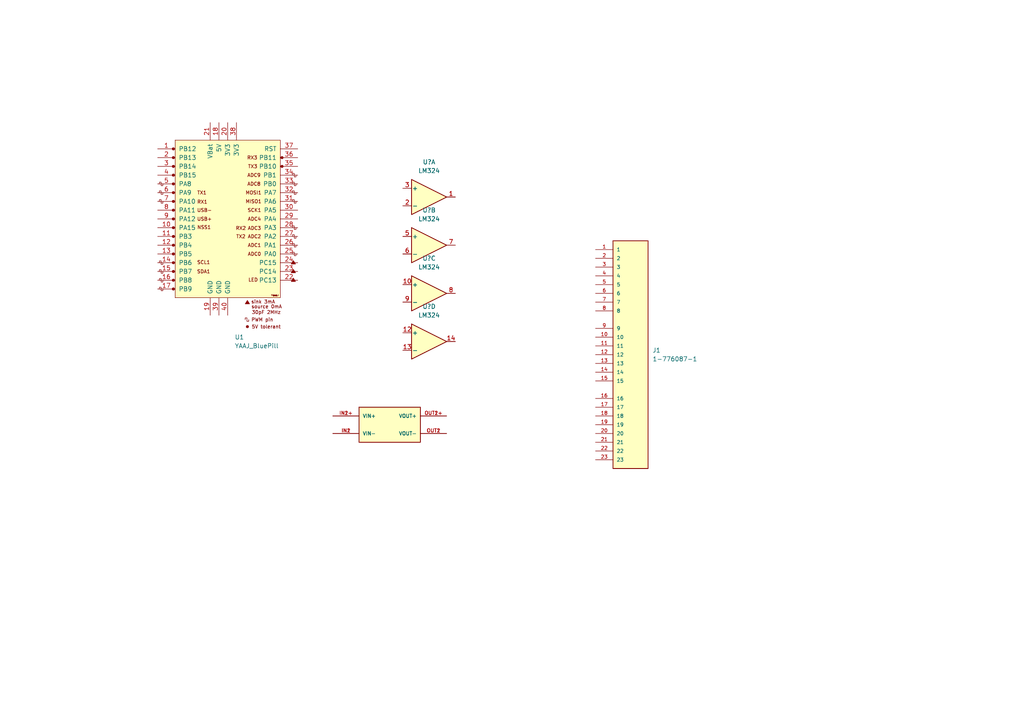
<source format=kicad_sch>
(kicad_sch (version 20211123) (generator eeschema)
  (paper "A4")
  (lib_symbols
    (symbol "1-776087-1:1-776087-1" (pin_names (offset 1.016))
      (property "Reference" "J" (at -5.08 33.7058 0))
      (property "Value" "1-776087-1" (at -5.08 -35.56 0))
      (symbol "1-776087-1_0_0"
        (rectangle (start -5.08 -33.02) (end 5.08 33.02) (stroke (width 0.254)) (fill (type background)))
        (pin passive line (at -10.16 30.48 0) (length 5.08) (name "1") (number "1"))
        (pin passive line (at -10.16 5.08 0) (length 5.08) (name "10") (number "10"))
        (pin passive line (at -10.16 2.54 0) (length 5.08) (name "11") (number "11"))
        (pin passive line (at -10.16 0 0) (length 5.08) (name "12") (number "12"))
        (pin passive line (at -10.16 -2.54 0) (length 5.08) (name "13") (number "13"))
        (pin passive line (at -10.16 -5.08 0) (length 5.08) (name "14") (number "14"))
        (pin passive line (at -10.16 -7.62 0) (length 5.08) (name "15") (number "15"))
        (pin passive line (at -10.16 -12.7 0) (length 5.08) (name "16") (number "16"))
        (pin passive line (at -10.16 -15.24 0) (length 5.08) (name "17") (number "17"))
        (pin passive line (at -10.16 -17.78 0) (length 5.08) (name "18") (number "18"))
        (pin passive line (at -10.16 -20.32 0) (length 5.08) (name "19") (number "19"))
        (pin passive line (at -10.16 27.94 0) (length 5.08) (name "2") (number "2"))
        (pin passive line (at -10.16 -22.86 0) (length 5.08) (name "20") (number "20"))
        (pin passive line (at -10.16 -25.4 0) (length 5.08) (name "21") (number "21"))
        (pin passive line (at -10.16 -27.94 0) (length 5.08) (name "22") (number "22"))
        (pin passive line (at -10.16 -30.48 0) (length 5.08) (name "23") (number "23"))
        (pin passive line (at -10.16 25.4 0) (length 5.08) (name "3") (number "3"))
        (pin passive line (at -10.16 22.86 0) (length 5.08) (name "4") (number "4"))
        (pin passive line (at -10.16 20.32 0) (length 5.08) (name "5") (number "5"))
        (pin passive line (at -10.16 17.78 0) (length 5.08) (name "6") (number "6"))
        (pin passive line (at -10.16 15.24 0) (length 5.08) (name "7") (number "7"))
        (pin passive line (at -10.16 12.7 0) (length 5.08) (name "8") (number "8"))
        (pin passive line (at -10.16 7.62 0) (length 5.08) (name "9") (number "9"))
      )
    )
    (symbol "Amplifier_Operational:LM324" (pin_names (offset 0.127))
      (property "Reference" "U" (at 0 5.08 0))
      (property "Value" "LM324" (at 0 -5.08 0))
      (symbol "LM324_1_1"
        (polyline (pts (xy -5.08 5.08) (xy 5.08 0) (xy -5.08 -5.08) (xy -5.08 5.08)) (stroke (width 0.254)) (fill (type background)))
        (pin output line (at 7.62 0 180) (length 2.54) (name "~") (number "1"))
        (pin input line (at -7.62 -2.54 0) (length 2.54) (name "-") (number "2"))
        (pin input line (at -7.62 2.54 0) (length 2.54) (name "+") (number "3"))
      )
      (symbol "LM324_2_1"
        (polyline (pts (xy -5.08 5.08) (xy 5.08 0) (xy -5.08 -5.08) (xy -5.08 5.08)) (stroke (width 0.254)) (fill (type background)))
        (pin input line (at -7.62 2.54 0) (length 2.54) (name "+") (number "5"))
        (pin input line (at -7.62 -2.54 0) (length 2.54) (name "-") (number "6"))
        (pin output line (at 7.62 0 180) (length 2.54) (name "~") (number "7"))
      )
      (symbol "LM324_3_1"
        (polyline (pts (xy -5.08 5.08) (xy 5.08 0) (xy -5.08 -5.08) (xy -5.08 5.08)) (stroke (width 0.254)) (fill (type background)))
        (pin input line (at -7.62 2.54 0) (length 2.54) (name "+") (number "10"))
        (pin output line (at 7.62 0 180) (length 2.54) (name "~") (number "8"))
        (pin input line (at -7.62 -2.54 0) (length 2.54) (name "-") (number "9"))
      )
      (symbol "LM324_4_1"
        (polyline (pts (xy -5.08 5.08) (xy 5.08 0) (xy -5.08 -5.08) (xy -5.08 5.08)) (stroke (width 0.254)) (fill (type background)))
        (pin input line (at -7.62 2.54 0) (length 2.54) (name "+") (number "12"))
        (pin input line (at -7.62 -2.54 0) (length 2.54) (name "-") (number "13"))
        (pin output line (at 7.62 0 180) (length 2.54) (name "~") (number "14"))
      )
      (symbol "LM324_5_1"
        (pin power_in line (at -2.54 -7.62 90) (length 3.81) (name "V-") (number "11"))
        (pin power_in line (at -2.54 7.62 270) (length 3.81) (name "V+") (number "4"))
      )
    )
    (symbol "MP1584:MP1584" (pin_names (offset 1.016))
      (symbol "MP1584_0_0"
        (rectangle (start -7.62 -5.08) (end 10.16 5.08) (stroke (width 0.254)) (fill (type background)))
        (pin input line (at -15.24 -2.54 0) (length 7.62) (name "VIN-") (number "IN1"))
        (pin input line (at -15.24 2.54 0) (length 7.62) (name "VIN+") (number "IN1+"))
        (pin input line (at -15.24 -2.54 0) (length 7.62) (name "VIN-") (number "IN2"))
        (pin input line (at -15.24 2.54 0) (length 7.62) (name "VIN+") (number "IN2+"))
        (pin output line (at 17.78 -2.54 180) (length 7.62) (name "VOUT-") (number "OUT1"))
        (pin output line (at 17.78 2.54 180) (length 7.62) (name "VOUT+") (number "OUT1+"))
        (pin output line (at 17.78 -2.54 180) (length 7.62) (name "VOUT-") (number "OUT2"))
        (pin output line (at 17.78 2.54 180) (length 7.62) (name "VOUT+") (number "OUT2+"))
      )
    )
    (symbol "YAAJ_BluePill:YAAJ_BluePill" (pin_names (offset 1.016))
      (property "Reference" "U" (at -13.97 24.13 0))
      (property "Value" "YAAJ_BluePill" (at 0 6.35 90))
      (symbol "YAAJ_BluePill_0_0"
        (circle (center -15.748 -20.32) (radius 0.3556) (fill (type outline)))
        (circle (center -15.748 -17.78) (radius 0.3556) (fill (type outline)))
        (circle (center -15.748 -15.24) (radius 0.3556) (fill (type outline)))
        (circle (center -15.748 -12.7) (radius 0.3556) (fill (type outline)))
        (circle (center -15.748 -10.16) (radius 0.3556) (fill (type outline)))
        (circle (center -15.748 -7.62) (radius 0.3556) (fill (type outline)))
        (circle (center -15.748 -5.08) (radius 0.3556) (fill (type outline)))
        (circle (center -15.748 -2.54) (radius 0.3556) (fill (type outline)))
        (circle (center -15.748 0) (radius 0.3556) (fill (type outline)))
        (circle (center -15.748 2.54) (radius 0.3556) (fill (type outline)))
        (circle (center -15.748 5.08) (radius 0.3556) (fill (type outline)))
        (circle (center -15.748 7.62) (radius 0.3556) (fill (type outline)))
        (circle (center -15.748 10.16) (radius 0.3556) (fill (type outline)))
        (circle (center -15.748 12.7) (radius 0.3556) (fill (type outline)))
        (circle (center -15.748 15.24) (radius 0.3556) (fill (type outline)))
        (circle (center -15.748 20.32) (radius 0.3556) (fill (type outline)))
        (polyline (pts (xy 5.08 -24.638) (xy 5.715 -23.622) (xy 6.35 -24.638) (xy 5.08 -24.638) (xy 5.715 -23.749) (xy 6.223 -24.638) (xy 5.207 -24.511) (xy 5.715 -23.876) (xy 6.096 -24.638) (xy 5.334 -24.384) (xy 5.842 -24.003) (xy 5.969 -24.638) (xy 5.461 -24.257) (xy 5.969 -24.13) (xy 5.842 -24.511) (xy 5.588 -24.257) (xy 5.842 -24.384) (xy 5.715 -24.13)))
        (polyline (pts (xy 18.415 -18.161) (xy 19.05 -17.145) (xy 19.685 -18.161) (xy 18.415 -18.161) (xy 19.05 -17.272) (xy 19.558 -18.161) (xy 18.542 -18.034) (xy 19.05 -17.399) (xy 19.431 -18.161) (xy 18.669 -17.907) (xy 19.177 -17.526) (xy 19.304 -18.161) (xy 18.796 -17.78) (xy 19.304 -17.653) (xy 19.177 -18.034) (xy 18.923 -17.78) (xy 19.177 -17.907) (xy 19.05 -17.653)))
        (polyline (pts (xy 18.415 -15.621) (xy 19.05 -14.605) (xy 19.685 -15.621) (xy 18.415 -15.621) (xy 19.05 -14.732) (xy 19.558 -15.621) (xy 18.542 -15.494) (xy 19.05 -14.859) (xy 19.431 -15.621) (xy 18.669 -15.367) (xy 19.177 -14.986) (xy 19.304 -15.621) (xy 18.796 -15.24) (xy 19.304 -15.113) (xy 19.177 -15.494) (xy 18.923 -15.24) (xy 19.177 -15.367) (xy 19.05 -15.113)))
        (polyline (pts (xy 18.415 -13.081) (xy 19.05 -12.065) (xy 19.685 -13.081) (xy 18.415 -13.081) (xy 19.05 -12.192) (xy 19.558 -13.081) (xy 18.542 -12.954) (xy 19.05 -12.319) (xy 19.431 -13.081) (xy 18.669 -12.827) (xy 19.177 -12.446) (xy 19.304 -13.081) (xy 18.796 -12.7) (xy 19.304 -12.573) (xy 19.177 -12.954) (xy 18.923 -12.7) (xy 19.177 -12.827) (xy 19.05 -12.573)))
        (circle (center 5.715 -31.242) (radius 0.127) (fill (type outline)))
        (circle (center 5.715 -31.242) (radius 0.254))
        (circle (center 5.715 -31.242) (radius 0.3556))
        (circle (center 15.748 15.24) (radius 0.254) (fill (type outline)))
        (circle (center 15.748 15.24) (radius 0.3556))
        (circle (center 15.748 17.78) (radius 0.254) (fill (type outline)))
        (circle (center 15.748 17.78) (radius 0.3556))
        (text "30pF 2MHz" (at 11.176 -27.051 0) (effects (font (size 0.9906 0.9906))))
        (text "5V tolerant" (at 11.176 -31.242 0) (effects (font (size 0.9906 0.9906))))
        (text "ADC0" (at 7.747 -10.16 0) (effects (font (size 0.9906 0.9906))))
        (text "ADC1" (at 7.747 -7.62 0) (effects (font (size 0.9906 0.9906))))
        (text "ADC2" (at 7.747 -5.08 0) (effects (font (size 0.9906 0.9906))))
        (text "ADC3" (at 7.747 -2.667 0) (effects (font (size 0.9906 0.9906))))
        (text "ADC4" (at 7.747 0 0) (effects (font (size 0.9906 0.9906))))
        (text "ADC8" (at 7.62 10.16 0) (effects (font (size 0.9906 0.9906))))
        (text "ADC9" (at 7.62 12.7 0) (effects (font (size 0.9906 0.9906))))
        (text "LED" (at 7.366 -17.653 0) (effects (font (size 0.9906 0.9906))))
        (text "MISO1" (at 7.493 5.08 0) (effects (font (size 0.9906 0.9906))))
        (text "MOSI1" (at 7.493 7.62 0) (effects (font (size 0.9906 0.9906))))
        (text "NSS1" (at -6.858 -2.413 0) (effects (font (size 0.9906 0.9906))))
        (text "PWM pin" (at 10.033 -29.21 0) (effects (font (size 0.9906 0.9906))))
        (text "RX1" (at -7.366 4.953 0) (effects (font (size 0.9906 0.9906))))
        (text "RX2" (at 3.81 -2.667 0) (effects (font (size 0.9906 0.9906))))
        (text "RX3" (at 7.112 17.78 0) (effects (font (size 0.9906 0.9906))))
        (text "SCK1" (at 7.747 2.54 0) (effects (font (size 0.9906 0.9906))))
        (text "SCL1" (at -6.985 -12.573 0) (effects (font (size 0.9906 0.9906))))
        (text "SDA1" (at -6.985 -15.24 0) (effects (font (size 0.9906 0.9906))))
        (text "sink 3mA" (at 10.287 -24.003 0) (effects (font (size 0.9906 0.9906))))
        (text "source 0mA" (at 11.303 -25.4 0) (effects (font (size 0.9906 0.9906))))
        (text "TX1" (at -7.493 7.62 0) (effects (font (size 0.9906 0.9906))))
        (text "TX2" (at 3.81 -5.08 0) (effects (font (size 0.9906 0.9906))))
        (text "TX3" (at 7.239 15.24 0) (effects (font (size 0.9906 0.9906))))
        (text "USB+" (at -6.731 0 0) (effects (font (size 0.9906 0.9906))))
        (text "USB-" (at -6.731 2.54 0) (effects (font (size 0.9906 0.9906))))
        (text "Y@@J" (at 13.6906 -22.1488 0) (effects (font (size 0.508 0.508))))
      )
      (symbol "YAAJ_BluePill_0_1"
        (rectangle (start -15.24 22.86) (end 15.24 -22.86) (fill (type background)))
        (polyline (pts (xy -18.796 -20.32) (xy -18.796 -20.828) (xy -19.304 -20.828) (xy -19.304 -19.812) (xy -19.812 -19.812) (xy -19.812 -20.32)))
        (polyline (pts (xy -18.796 -17.78) (xy -18.796 -18.288) (xy -19.304 -18.288) (xy -19.304 -17.272) (xy -19.812 -17.272) (xy -19.812 -17.78)))
        (polyline (pts (xy -18.796 -15.24) (xy -18.796 -15.748) (xy -19.304 -15.748) (xy -19.304 -14.732) (xy -19.812 -14.732) (xy -19.812 -15.24)))
        (polyline (pts (xy -18.796 -12.7) (xy -18.796 -13.208) (xy -19.304 -13.208) (xy -19.304 -12.192) (xy -19.812 -12.192) (xy -19.812 -12.7)))
        (polyline (pts (xy -18.796 5.08) (xy -18.796 4.572) (xy -19.304 4.572) (xy -19.304 5.588) (xy -19.812 5.588) (xy -19.812 5.08)))
        (polyline (pts (xy -18.796 7.62) (xy -18.796 7.112) (xy -19.304 7.112) (xy -19.304 8.128) (xy -19.812 8.128) (xy -19.812 7.62)))
        (polyline (pts (xy -18.796 10.16) (xy -18.796 9.652) (xy -19.304 9.652) (xy -19.304 10.668) (xy -19.812 10.668) (xy -19.812 10.16)))
        (polyline (pts (xy 6.096 -29.21) (xy 6.096 -29.718) (xy 5.588 -29.718) (xy 5.588 -28.702) (xy 5.08 -28.702) (xy 5.08 -29.21)))
        (polyline (pts (xy 19.812 -10.16) (xy 19.812 -10.668) (xy 19.304 -10.668) (xy 19.304 -9.652) (xy 18.796 -9.652) (xy 18.796 -10.16)))
        (polyline (pts (xy 19.812 -7.62) (xy 19.812 -8.128) (xy 19.304 -8.128) (xy 19.304 -7.112) (xy 18.796 -7.112) (xy 18.796 -7.62)))
        (polyline (pts (xy 19.812 -5.08) (xy 19.812 -5.588) (xy 19.304 -5.588) (xy 19.304 -4.572) (xy 18.796 -4.572) (xy 18.796 -5.08)))
        (polyline (pts (xy 19.812 -2.54) (xy 19.812 -3.048) (xy 19.304 -3.048) (xy 19.304 -2.032) (xy 18.796 -2.032) (xy 18.796 -2.54)))
        (polyline (pts (xy 19.812 5.08) (xy 19.812 4.572) (xy 19.304 4.572) (xy 19.304 5.588) (xy 18.796 5.588) (xy 18.796 5.08)))
        (polyline (pts (xy 19.812 7.62) (xy 19.812 7.112) (xy 19.304 7.112) (xy 19.304 8.128) (xy 18.796 8.128) (xy 18.796 7.62)))
        (polyline (pts (xy 19.812 10.16) (xy 19.812 9.652) (xy 19.304 9.652) (xy 19.304 10.668) (xy 18.796 10.668) (xy 18.796 10.16)))
        (polyline (pts (xy 19.812 12.7) (xy 19.812 12.192) (xy 19.304 12.192) (xy 19.304 13.208) (xy 18.796 13.208) (xy 18.796 12.7)))
      )
      (symbol "YAAJ_BluePill_1_1"
        (circle (center -15.748 17.78) (radius 0.3556) (fill (type outline)))
        (pin bidirectional line (at -20.32 20.32 0) (length 5.08) (name "PB12") (number "1"))
        (pin bidirectional line (at -20.32 -2.54 0) (length 5.08) (name "PA15") (number "10"))
        (pin bidirectional line (at -20.32 -5.08 0) (length 5.08) (name "PB3") (number "11"))
        (pin bidirectional line (at -20.32 -7.62 0) (length 5.08) (name "PB4") (number "12"))
        (pin bidirectional line (at -20.32 -10.16 0) (length 5.08) (name "PB5") (number "13"))
        (pin bidirectional line (at -20.32 -12.7 0) (length 5.08) (name "PB6") (number "14"))
        (pin bidirectional line (at -20.32 -15.24 0) (length 5.08) (name "PB7") (number "15"))
        (pin bidirectional line (at -20.32 -17.78 0) (length 5.08) (name "PB8") (number "16"))
        (pin bidirectional line (at -20.32 -20.32 0) (length 5.08) (name "PB9") (number "17"))
        (pin power_in line (at -2.54 27.94 270) (length 5.08) (name "5V") (number "18"))
        (pin power_in line (at -5.08 -27.94 90) (length 5.08) (name "GND") (number "19"))
        (pin bidirectional line (at -20.32 17.78 0) (length 5.08) (name "PB13") (number "2"))
        (pin power_in line (at 0 27.94 270) (length 5.08) (name "3V3") (number "20"))
        (pin power_in line (at -5.08 27.94 270) (length 5.08) (name "VBat") (number "21"))
        (pin bidirectional line (at 20.32 -17.78 180) (length 5.08) (name "PC13") (number "22"))
        (pin bidirectional line (at 20.32 -15.24 180) (length 5.08) (name "PC14") (number "23"))
        (pin bidirectional line (at 20.32 -12.7 180) (length 5.08) (name "PC15") (number "24"))
        (pin bidirectional line (at 20.32 -10.16 180) (length 5.08) (name "PA0") (number "25"))
        (pin bidirectional line (at 20.32 -7.62 180) (length 5.08) (name "PA1") (number "26"))
        (pin bidirectional line (at 20.32 -5.08 180) (length 5.08) (name "PA2") (number "27"))
        (pin bidirectional line (at 20.32 -2.54 180) (length 5.08) (name "PA3") (number "28"))
        (pin bidirectional line (at 20.32 0 180) (length 5.08) (name "PA4") (number "29"))
        (pin bidirectional line (at -20.32 15.24 0) (length 5.08) (name "PB14") (number "3"))
        (pin bidirectional line (at 20.32 2.54 180) (length 5.08) (name "PA5") (number "30"))
        (pin bidirectional line (at 20.32 5.08 180) (length 5.08) (name "PA6") (number "31"))
        (pin bidirectional line (at 20.32 7.62 180) (length 5.08) (name "PA7") (number "32"))
        (pin bidirectional line (at 20.32 10.16 180) (length 5.08) (name "PB0") (number "33"))
        (pin bidirectional line (at 20.32 12.7 180) (length 5.08) (name "PB1") (number "34"))
        (pin bidirectional line (at 20.32 15.24 180) (length 5.08) (name "PB10") (number "35"))
        (pin bidirectional line (at 20.32 17.78 180) (length 5.08) (name "PB11") (number "36"))
        (pin input line (at 20.32 20.32 180) (length 5.08) (name "RST") (number "37"))
        (pin power_in line (at 2.54 27.94 270) (length 5.08) (name "3V3") (number "38"))
        (pin power_in line (at -2.54 -27.94 90) (length 5.08) (name "GND") (number "39"))
        (pin bidirectional line (at -20.32 12.7 0) (length 5.08) (name "PB15") (number "4"))
        (pin power_in line (at 0 -27.94 90) (length 5.08) (name "GND") (number "40"))
        (pin bidirectional line (at -20.32 10.16 0) (length 5.08) (name "PA8") (number "5"))
        (pin bidirectional line (at -20.32 7.62 0) (length 5.08) (name "PA9") (number "6"))
        (pin bidirectional line (at -20.32 5.08 0) (length 5.08) (name "PA10") (number "7"))
        (pin bidirectional line (at -20.32 2.54 0) (length 5.08) (name "PA11") (number "8"))
        (pin bidirectional line (at -20.32 0 0) (length 5.08) (name "PA12") (number "9"))
      )
    )
  )
  (symbol (lib_id "Amplifier_Operational:LM324") (at 124.46 57.15 0) (unit 1)
    (property "Reference" "U?" (at 124.46 46.99 0))
    (property "Value" "LM324" (at 124.46 49.53 0))
    (property "Datasheet" "http://www.ti.com/lit/ds/symlink/lm2902-n.pdf" (effects hide))
  )
  (symbol (lib_id "1-776087-1:1-776087-1") (at 182.88 102.87 0) (unit 1)
    (property "Reference" "J1" (at 189.23 101.5999 0) (effects (justify left)))
    (property "Value" "1-776087-1" (at 189.23 104.1399 0) (effects (justify left)))
    (property "Footprint" "TE_1-776087-1" (effects hide))
    (property "Comment" "1-776087-1" (effects hide))
    (property "EU_RoHS_Compliance" "Compliant" (effects hide))
  )
  (symbol (lib_id "YAAJ_BluePill:YAAJ_BluePill") (at 66.04 63.5 0) (unit 1)
    (property "Reference" "U1" (at 68.0594 97.79 0) (effects (justify left)))
    (property "Value" "YAAJ_BluePill" (at 68.0594 100.33 0) (effects (justify left)))
    (property "Footprint" "STM32 Blue Pill:YAAJ_BluePill_1" (effects hide))
  )
  (symbol (lib_id "Amplifier_Operational:LM324") (at 124.46 71.12 0) (unit 2)
    (property "Reference" "U?" (at 124.46 60.96 0))
    (property "Value" "LM324" (at 124.46 63.5 0))
    (property "Datasheet" "http://www.ti.com/lit/ds/symlink/lm2902-n.pdf" (effects hide))
  )
  (symbol (lib_id "Amplifier_Operational:LM324") (at 124.46 85.09 0) (unit 3)
    (property "Reference" "U?" (at 124.46 74.93 0))
    (property "Value" "LM324" (at 124.46 77.47 0))
    (property "Datasheet" "http://www.ti.com/lit/ds/symlink/lm2902-n.pdf" (effects hide))
  )
  (symbol (lib_id "Amplifier_Operational:LM324") (at 124.46 99.06 0) (unit 4)
    (property "Reference" "U?" (at 124.46 88.9 0))
    (property "Value" "LM324" (at 124.46 91.44 0))
    (property "Datasheet" "http://www.ti.com/lit/ds/symlink/lm2902-n.pdf" (effects hide))
  )
  (symbol (lib_id "MP1584:MP1584") (at 111.76 123.19 0) (unit 1)
    (property "Reference" "U2" (effects hide))
    (property "Value" "MP1584" (effects hide))
    (property "Footprint" "MP1584:DC-BRICK" (effects hide))
  )
)
</source>
